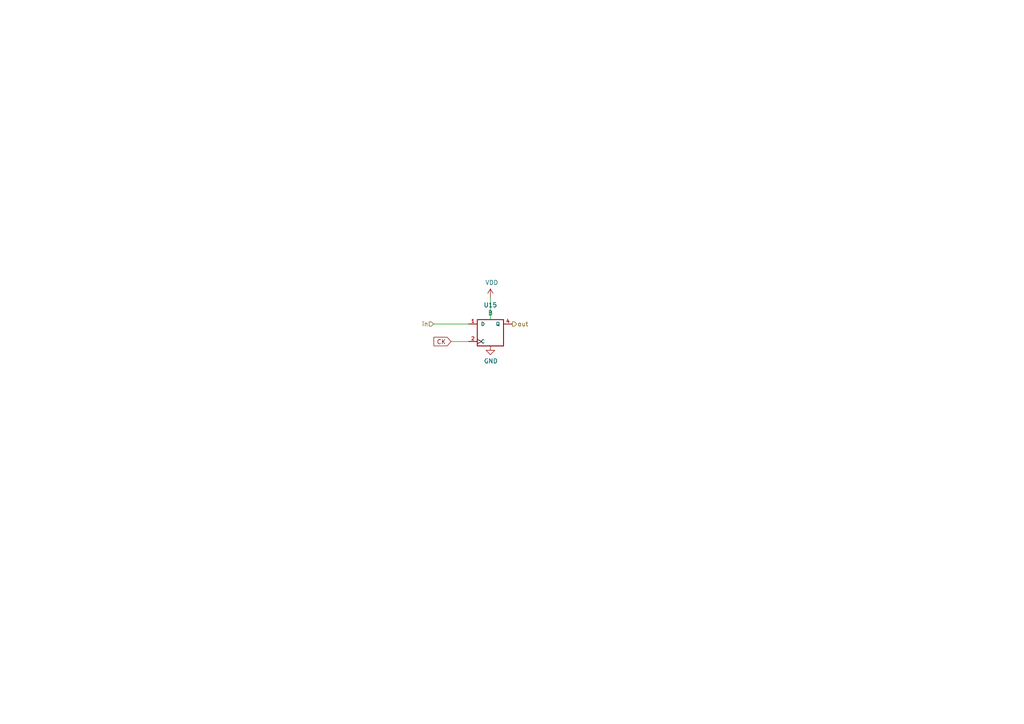
<source format=kicad_sch>
(kicad_sch (version 20210621) (generator eeschema)
  (paper "A4")
  (lib_symbols
    (symbol "74xGxx:74LVC1G79" (pin_names (offset 1.016))
      (property "Reference" "U" (at -2.54 5.08 0))
      (property "Value" "74LVC1G79" (at 0 -5.08 0))
      (symbol "74LVC1G79_0_1"
        (rectangle (start -3.81 3.81) (end 3.81 -3.81) (stroke (width 0.254)))
      )
      (symbol "74LVC1G79_1_1"
        (pin input line (at -6.35 2.54 0) (length 2.54) (name "D") (number "1"))
        (pin input clock (at -6.35 -2.54 0) (length 2.54) (name "C") (number "2"))
        (pin power_in line (at 0 -3.81 270) (length 0) hide (name "GND") (number "3"))
        (pin output line (at 6.35 2.54 180) (length 2.54) (name "Q") (number "4"))
        (pin power_in line (at 0 3.81 90) (length 0) hide (name "VCC") (number "5"))
      )
    )
    (symbol "power:GND" (power) (pin_names (offset 0))
      (property "Value" "GND" (at 0 -3.81 0))
      (symbol "GND_0_1"
        (polyline (pts (xy 0 0) (xy 0 -1.27) (xy 1.27 -1.27) (xy 0 -2.54) (xy -1.27 -1.27) (xy 0 -1.27)))
      )
      (symbol "GND_1_1"
        (pin power_in line (at 0 0 270) (length 0) hide (name "GND") (number "1"))
      )
    )
    (symbol "power:VDD" (power) (pin_names (offset 0))
      (property "Value" "VDD" (at 0 3.81 0))
      (symbol "VDD_0_1"
        (polyline (pts (xy -0.762 1.27) (xy 0 2.54)))
        (polyline (pts (xy 0 0) (xy 0 2.54)))
        (polyline (pts (xy 0 2.54) (xy 0.762 1.27)))
      )
      (symbol "VDD_1_1"
        (pin power_in line (at 0 0 90) (length 0) hide (name "VDD") (number "1"))
      )
    )
  )
  (wire (pts (xy 135.89 99.06) (xy 130.81 99.06)))
  (wire (pts (xy 142.24 86.36) (xy 142.24 92.71)))
  (wire (pts (xy 125.73 93.98) (xy 135.89 93.98)))
  (global_label "CK" (shape input) (at 130.81 99.06 180) (property "Intersheet References" "${INTERSHEET_REFS}" (effects hide)))
  (hierarchical_label "out" (shape output) (at 148.59 93.98 0))
  (hierarchical_label "in" (shape input) (at 125.73 93.98 180))
  (symbol (lib_id "74xGxx:74LVC1G79") (at 142.24 96.52 0)
    (property "Reference" "U15" (at 142.24 88.4682 0))
    (property "Value" "B" (at 142.24 90.7796 0))
    (property "Footprint" "Package_TO_SOT_SMD:SOT-353_SC-70-5" (effects hide))
    (property "Datasheet" "http://www.ti.com/lit/sg/scyt129e/scyt129e.pdf" (effects hide))
  )
  (symbol (lib_id "power:GND") (at 142.24 100.33 0)
    (property "Reference" "#PWR0147" (effects hide))
    (property "Value" "GND" (at 142.367 104.7242 0))
  )
  (symbol (lib_id "power:VDD") (at 142.24 86.36 0)
    (property "Reference" "#PWR0148" (effects hide))
    (property "Value" "VDD" (at 142.621 81.9658 0))
  )
)
</source>
